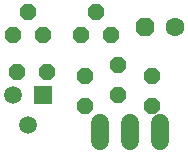
<source format=gts>
G75*
%MOIN*%
%OFA0B0*%
%FSLAX25Y25*%
%IPPOS*%
%LPD*%
%AMOC8*
5,1,8,0,0,1.08239X$1,22.5*
%
%ADD10OC8,0.05200*%
%ADD11C,0.06000*%
%ADD12R,0.05900X0.05900*%
%ADD13C,0.05900*%
%ADD14OC8,0.06300*%
%ADD15C,0.06300*%
D10*
X0033050Y0021800D03*
X0033050Y0031800D03*
X0044300Y0035550D03*
X0044300Y0025550D03*
X0055550Y0021800D03*
X0055550Y0031800D03*
X0041800Y0045550D03*
X0036800Y0053050D03*
X0031800Y0045550D03*
X0019300Y0045550D03*
X0014300Y0053050D03*
X0009300Y0045550D03*
X0010550Y0033050D03*
X0020550Y0033050D03*
D11*
X0038050Y0016050D02*
X0038050Y0010050D01*
X0048050Y0010050D02*
X0048050Y0016050D01*
X0058050Y0016050D02*
X0058050Y0010050D01*
D12*
X0019300Y0025550D03*
D13*
X0014300Y0015550D03*
X0009300Y0025550D03*
D14*
X0053050Y0048050D03*
D15*
X0063050Y0048050D03*
M02*

</source>
